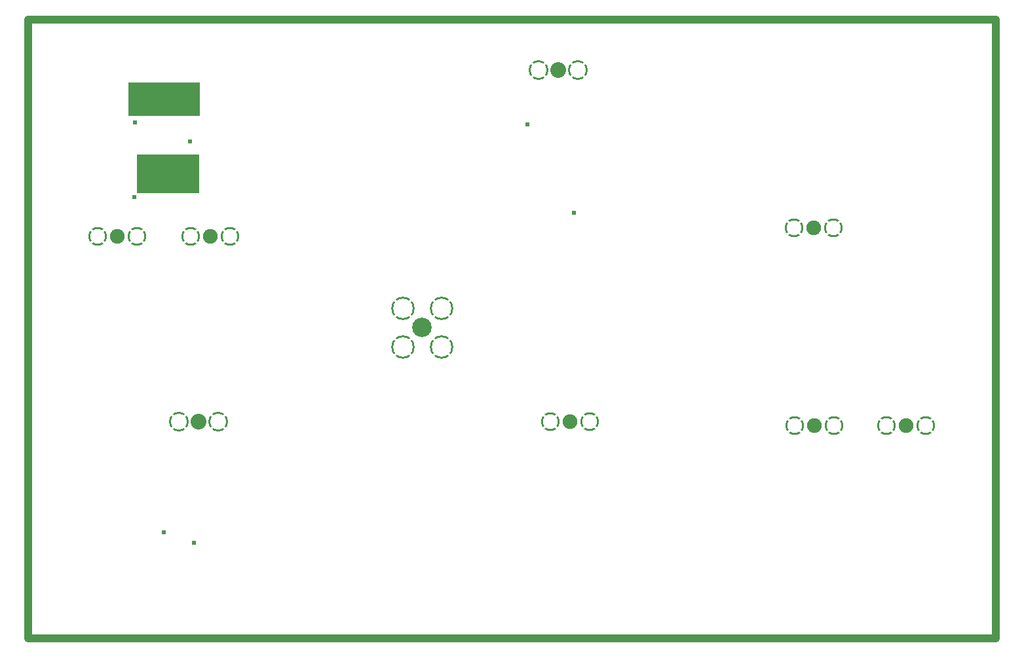
<source format=gbr>
%FSTAX44Y44*%
%MOMM*%
%SFA1B1*%

%IPPOS*%
%AMD85*
1,1,2.424000,0.000000,0.000000*
1,0,1.916000,0.000000,0.000000*
4,0,4,0.767080,0.947420,-0.947420,-0.767080,-0.767080,-0.947420,0.947420,0.767080,0.767080,0.947420,0.0*
4,0,4,-0.767080,0.947420,0.947420,-0.767080,0.767080,-0.947420,-0.947420,0.767080,-0.767080,0.947420,0.0*
%
%AMD87*
1,1,2.544000,0.000000,0.000000*
1,0,2.036000,0.000000,0.000000*
4,0,4,0.807720,0.988060,-0.988060,-0.807720,-0.807720,-0.988060,0.988060,0.807720,0.807720,0.988060,0.0*
4,0,4,-0.807720,0.988060,0.988060,-0.807720,0.807720,-0.988060,-0.988060,0.807720,-0.807720,0.988060,0.0*
%
%AMD90*
1,1,3.024000,0.000000,0.000000*
1,0,2.516000,0.000000,0.000000*
4,0,4,0.977900,1.158240,-1.158240,-0.977900,-0.977900,-1.158240,1.158240,0.977900,0.977900,1.158240,0.0*
4,0,4,-0.977900,1.158240,1.158240,-0.977900,0.977900,-1.158240,-1.158240,0.977900,-0.977900,1.158240,0.0*
%
%ADD84C,1.015998*%
G04~CAMADD=85~12~0.0~0.0~0.0~0.0~0.0~0.0~0~954.3~754.3~0.0~45.0~4~100.0~0.0~0.0~0.0~0~0.0~0.0~0.0~0.0~954.3~954.3*
%ADD85D85*%
%ADD86C,1.915996*%
G04~CAMADD=87~12~0.0~0.0~0.0~0.0~0.0~0.0~0~1001.6~801.6~0.0~45.0~4~100.0~0.0~0.0~0.0~0~0.0~0.0~0.0~0.0~1001.6~1001.6*
%ADD87D87*%
%ADD88C,2.035996*%
%ADD89C,2.515995*%
G04~CAMADD=90~12~0.0~0.0~0.0~0.0~0.0~0.0~0~1190.6~990.6~0.0~45.0~4~100.0~0.0~0.0~0.0~0~0.0~0.0~0.0~0.0~1190.6~1190.6*
%ADD90D90*%
%ADD91C,0.604799*%
%LNradar_1ghz_copper_plane_2-1*%
%LPD*%
G36*
X00220499Y-00223499D02*
Y-00173999D01*
X00140749*
Y-00223999*
X00220999*
X00220499Y-00223499*
G37*
G36*
X00221749Y-00124249D02*
Y-00080749D01*
X00128999*
Y-00124249*
X00221749*
G37*
G54D84*
X0Y0D02*
X01249999D01*
Y-00799999D02*
Y0D01*
X0Y-00799999D02*
X01249999D01*
X0D02*
Y0D01*
G54D85*
X01040399Y-00269499D03*
X00989599D03*
X00674599Y-00519999D03*
X00725399D03*
X01159999Y-00524499D03*
X01109199D03*
X0099D03*
X010408D03*
X00260399Y-00279999D03*
X00209599D03*
X00089599D03*
X00140399D03*
G54D86*
X01014999Y-00269499D03*
X00699999Y-00519999D03*
X01134599Y-00524499D03*
X010154D03*
X00234999Y-00279999D03*
X00114999D03*
G54D87*
X00659599Y-00064999D03*
X00710399D03*
X00194599Y-00519999D03*
X00245399D03*
G54D88*
X00684999Y-00064999D03*
X00219999Y-00519999D03*
G54D89*
X00508999Y-00397999D03*
G54D90*
X00483999Y-00372999D03*
Y-00422999D03*
X00533999D03*
Y-00372999D03*
G54D91*
X00174999Y-00662499D03*
X00208888Y-00157111D03*
X00211779Y-00083889D03*
X00644999Y-00134999D03*
X00704999Y-00249999D03*
X00213999Y-00675999D03*
X00137999Y-00132999D03*
X00136999Y-00228999D03*
X00140249Y-00083999D03*
M02*
</source>
